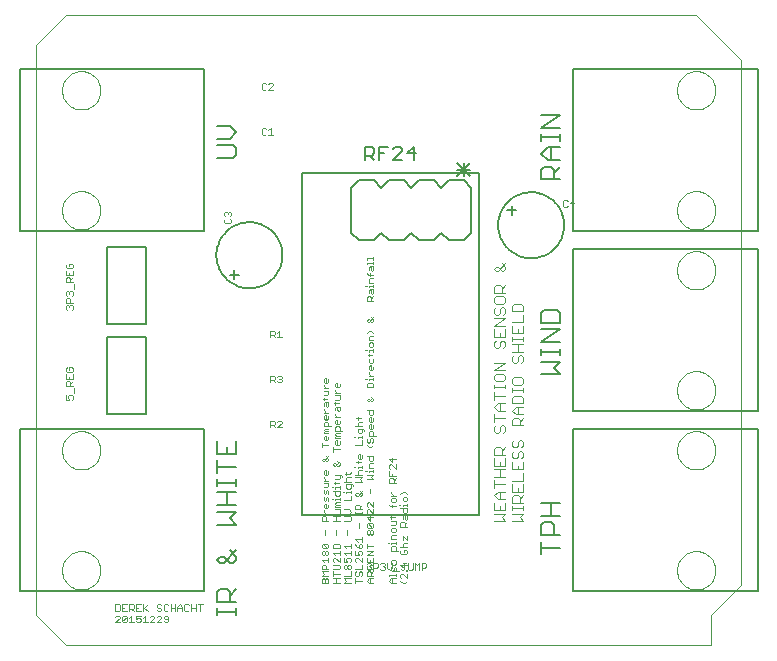
<source format=gto>
G75*
%MOIN*%
%OFA0B0*%
%FSLAX24Y24*%
%IPPOS*%
%LPD*%
%AMOC8*
5,1,8,0,0,1.08239X$1,22.5*
%
%ADD10C,0.0000*%
%ADD11C,0.0060*%
%ADD12C,0.0020*%
%ADD13C,0.0030*%
%ADD14C,0.0080*%
%ADD15C,0.0050*%
D10*
X006252Y001150D02*
X006252Y020150D01*
X006752Y020646D01*
X006748Y020646D01*
X007252Y021150D01*
X028127Y021150D01*
X028256Y021146D01*
X029747Y019646D01*
X029752Y002150D01*
X028747Y001145D01*
X028747Y000150D01*
X007252Y000150D01*
X006252Y001150D01*
X007112Y002650D02*
X007114Y002700D01*
X007120Y002750D01*
X007130Y002799D01*
X007143Y002848D01*
X007161Y002895D01*
X007182Y002941D01*
X007206Y002984D01*
X007234Y003026D01*
X007265Y003066D01*
X007299Y003103D01*
X007336Y003137D01*
X007376Y003168D01*
X007418Y003196D01*
X007461Y003220D01*
X007507Y003241D01*
X007554Y003259D01*
X007603Y003272D01*
X007652Y003282D01*
X007702Y003288D01*
X007752Y003290D01*
X007802Y003288D01*
X007852Y003282D01*
X007901Y003272D01*
X007950Y003259D01*
X007997Y003241D01*
X008043Y003220D01*
X008086Y003196D01*
X008128Y003168D01*
X008168Y003137D01*
X008205Y003103D01*
X008239Y003066D01*
X008270Y003026D01*
X008298Y002984D01*
X008322Y002941D01*
X008343Y002895D01*
X008361Y002848D01*
X008374Y002799D01*
X008384Y002750D01*
X008390Y002700D01*
X008392Y002650D01*
X008390Y002600D01*
X008384Y002550D01*
X008374Y002501D01*
X008361Y002452D01*
X008343Y002405D01*
X008322Y002359D01*
X008298Y002316D01*
X008270Y002274D01*
X008239Y002234D01*
X008205Y002197D01*
X008168Y002163D01*
X008128Y002132D01*
X008086Y002104D01*
X008043Y002080D01*
X007997Y002059D01*
X007950Y002041D01*
X007901Y002028D01*
X007852Y002018D01*
X007802Y002012D01*
X007752Y002010D01*
X007702Y002012D01*
X007652Y002018D01*
X007603Y002028D01*
X007554Y002041D01*
X007507Y002059D01*
X007461Y002080D01*
X007418Y002104D01*
X007376Y002132D01*
X007336Y002163D01*
X007299Y002197D01*
X007265Y002234D01*
X007234Y002274D01*
X007206Y002316D01*
X007182Y002359D01*
X007161Y002405D01*
X007143Y002452D01*
X007130Y002501D01*
X007120Y002550D01*
X007114Y002600D01*
X007112Y002650D01*
X007112Y006650D02*
X007114Y006700D01*
X007120Y006750D01*
X007130Y006799D01*
X007143Y006848D01*
X007161Y006895D01*
X007182Y006941D01*
X007206Y006984D01*
X007234Y007026D01*
X007265Y007066D01*
X007299Y007103D01*
X007336Y007137D01*
X007376Y007168D01*
X007418Y007196D01*
X007461Y007220D01*
X007507Y007241D01*
X007554Y007259D01*
X007603Y007272D01*
X007652Y007282D01*
X007702Y007288D01*
X007752Y007290D01*
X007802Y007288D01*
X007852Y007282D01*
X007901Y007272D01*
X007950Y007259D01*
X007997Y007241D01*
X008043Y007220D01*
X008086Y007196D01*
X008128Y007168D01*
X008168Y007137D01*
X008205Y007103D01*
X008239Y007066D01*
X008270Y007026D01*
X008298Y006984D01*
X008322Y006941D01*
X008343Y006895D01*
X008361Y006848D01*
X008374Y006799D01*
X008384Y006750D01*
X008390Y006700D01*
X008392Y006650D01*
X008390Y006600D01*
X008384Y006550D01*
X008374Y006501D01*
X008361Y006452D01*
X008343Y006405D01*
X008322Y006359D01*
X008298Y006316D01*
X008270Y006274D01*
X008239Y006234D01*
X008205Y006197D01*
X008168Y006163D01*
X008128Y006132D01*
X008086Y006104D01*
X008043Y006080D01*
X007997Y006059D01*
X007950Y006041D01*
X007901Y006028D01*
X007852Y006018D01*
X007802Y006012D01*
X007752Y006010D01*
X007702Y006012D01*
X007652Y006018D01*
X007603Y006028D01*
X007554Y006041D01*
X007507Y006059D01*
X007461Y006080D01*
X007418Y006104D01*
X007376Y006132D01*
X007336Y006163D01*
X007299Y006197D01*
X007265Y006234D01*
X007234Y006274D01*
X007206Y006316D01*
X007182Y006359D01*
X007161Y006405D01*
X007143Y006452D01*
X007130Y006501D01*
X007120Y006550D01*
X007114Y006600D01*
X007112Y006650D01*
X007112Y014650D02*
X007114Y014700D01*
X007120Y014750D01*
X007130Y014799D01*
X007143Y014848D01*
X007161Y014895D01*
X007182Y014941D01*
X007206Y014984D01*
X007234Y015026D01*
X007265Y015066D01*
X007299Y015103D01*
X007336Y015137D01*
X007376Y015168D01*
X007418Y015196D01*
X007461Y015220D01*
X007507Y015241D01*
X007554Y015259D01*
X007603Y015272D01*
X007652Y015282D01*
X007702Y015288D01*
X007752Y015290D01*
X007802Y015288D01*
X007852Y015282D01*
X007901Y015272D01*
X007950Y015259D01*
X007997Y015241D01*
X008043Y015220D01*
X008086Y015196D01*
X008128Y015168D01*
X008168Y015137D01*
X008205Y015103D01*
X008239Y015066D01*
X008270Y015026D01*
X008298Y014984D01*
X008322Y014941D01*
X008343Y014895D01*
X008361Y014848D01*
X008374Y014799D01*
X008384Y014750D01*
X008390Y014700D01*
X008392Y014650D01*
X008390Y014600D01*
X008384Y014550D01*
X008374Y014501D01*
X008361Y014452D01*
X008343Y014405D01*
X008322Y014359D01*
X008298Y014316D01*
X008270Y014274D01*
X008239Y014234D01*
X008205Y014197D01*
X008168Y014163D01*
X008128Y014132D01*
X008086Y014104D01*
X008043Y014080D01*
X007997Y014059D01*
X007950Y014041D01*
X007901Y014028D01*
X007852Y014018D01*
X007802Y014012D01*
X007752Y014010D01*
X007702Y014012D01*
X007652Y014018D01*
X007603Y014028D01*
X007554Y014041D01*
X007507Y014059D01*
X007461Y014080D01*
X007418Y014104D01*
X007376Y014132D01*
X007336Y014163D01*
X007299Y014197D01*
X007265Y014234D01*
X007234Y014274D01*
X007206Y014316D01*
X007182Y014359D01*
X007161Y014405D01*
X007143Y014452D01*
X007130Y014501D01*
X007120Y014550D01*
X007114Y014600D01*
X007112Y014650D01*
X007112Y018650D02*
X007114Y018700D01*
X007120Y018750D01*
X007130Y018799D01*
X007143Y018848D01*
X007161Y018895D01*
X007182Y018941D01*
X007206Y018984D01*
X007234Y019026D01*
X007265Y019066D01*
X007299Y019103D01*
X007336Y019137D01*
X007376Y019168D01*
X007418Y019196D01*
X007461Y019220D01*
X007507Y019241D01*
X007554Y019259D01*
X007603Y019272D01*
X007652Y019282D01*
X007702Y019288D01*
X007752Y019290D01*
X007802Y019288D01*
X007852Y019282D01*
X007901Y019272D01*
X007950Y019259D01*
X007997Y019241D01*
X008043Y019220D01*
X008086Y019196D01*
X008128Y019168D01*
X008168Y019137D01*
X008205Y019103D01*
X008239Y019066D01*
X008270Y019026D01*
X008298Y018984D01*
X008322Y018941D01*
X008343Y018895D01*
X008361Y018848D01*
X008374Y018799D01*
X008384Y018750D01*
X008390Y018700D01*
X008392Y018650D01*
X008390Y018600D01*
X008384Y018550D01*
X008374Y018501D01*
X008361Y018452D01*
X008343Y018405D01*
X008322Y018359D01*
X008298Y018316D01*
X008270Y018274D01*
X008239Y018234D01*
X008205Y018197D01*
X008168Y018163D01*
X008128Y018132D01*
X008086Y018104D01*
X008043Y018080D01*
X007997Y018059D01*
X007950Y018041D01*
X007901Y018028D01*
X007852Y018018D01*
X007802Y018012D01*
X007752Y018010D01*
X007702Y018012D01*
X007652Y018018D01*
X007603Y018028D01*
X007554Y018041D01*
X007507Y018059D01*
X007461Y018080D01*
X007418Y018104D01*
X007376Y018132D01*
X007336Y018163D01*
X007299Y018197D01*
X007265Y018234D01*
X007234Y018274D01*
X007206Y018316D01*
X007182Y018359D01*
X007161Y018405D01*
X007143Y018452D01*
X007130Y018501D01*
X007120Y018550D01*
X007114Y018600D01*
X007112Y018650D01*
X027612Y018650D02*
X027614Y018700D01*
X027620Y018750D01*
X027630Y018799D01*
X027643Y018848D01*
X027661Y018895D01*
X027682Y018941D01*
X027706Y018984D01*
X027734Y019026D01*
X027765Y019066D01*
X027799Y019103D01*
X027836Y019137D01*
X027876Y019168D01*
X027918Y019196D01*
X027961Y019220D01*
X028007Y019241D01*
X028054Y019259D01*
X028103Y019272D01*
X028152Y019282D01*
X028202Y019288D01*
X028252Y019290D01*
X028302Y019288D01*
X028352Y019282D01*
X028401Y019272D01*
X028450Y019259D01*
X028497Y019241D01*
X028543Y019220D01*
X028586Y019196D01*
X028628Y019168D01*
X028668Y019137D01*
X028705Y019103D01*
X028739Y019066D01*
X028770Y019026D01*
X028798Y018984D01*
X028822Y018941D01*
X028843Y018895D01*
X028861Y018848D01*
X028874Y018799D01*
X028884Y018750D01*
X028890Y018700D01*
X028892Y018650D01*
X028890Y018600D01*
X028884Y018550D01*
X028874Y018501D01*
X028861Y018452D01*
X028843Y018405D01*
X028822Y018359D01*
X028798Y018316D01*
X028770Y018274D01*
X028739Y018234D01*
X028705Y018197D01*
X028668Y018163D01*
X028628Y018132D01*
X028586Y018104D01*
X028543Y018080D01*
X028497Y018059D01*
X028450Y018041D01*
X028401Y018028D01*
X028352Y018018D01*
X028302Y018012D01*
X028252Y018010D01*
X028202Y018012D01*
X028152Y018018D01*
X028103Y018028D01*
X028054Y018041D01*
X028007Y018059D01*
X027961Y018080D01*
X027918Y018104D01*
X027876Y018132D01*
X027836Y018163D01*
X027799Y018197D01*
X027765Y018234D01*
X027734Y018274D01*
X027706Y018316D01*
X027682Y018359D01*
X027661Y018405D01*
X027643Y018452D01*
X027630Y018501D01*
X027620Y018550D01*
X027614Y018600D01*
X027612Y018650D01*
X027612Y014650D02*
X027614Y014700D01*
X027620Y014750D01*
X027630Y014799D01*
X027643Y014848D01*
X027661Y014895D01*
X027682Y014941D01*
X027706Y014984D01*
X027734Y015026D01*
X027765Y015066D01*
X027799Y015103D01*
X027836Y015137D01*
X027876Y015168D01*
X027918Y015196D01*
X027961Y015220D01*
X028007Y015241D01*
X028054Y015259D01*
X028103Y015272D01*
X028152Y015282D01*
X028202Y015288D01*
X028252Y015290D01*
X028302Y015288D01*
X028352Y015282D01*
X028401Y015272D01*
X028450Y015259D01*
X028497Y015241D01*
X028543Y015220D01*
X028586Y015196D01*
X028628Y015168D01*
X028668Y015137D01*
X028705Y015103D01*
X028739Y015066D01*
X028770Y015026D01*
X028798Y014984D01*
X028822Y014941D01*
X028843Y014895D01*
X028861Y014848D01*
X028874Y014799D01*
X028884Y014750D01*
X028890Y014700D01*
X028892Y014650D01*
X028890Y014600D01*
X028884Y014550D01*
X028874Y014501D01*
X028861Y014452D01*
X028843Y014405D01*
X028822Y014359D01*
X028798Y014316D01*
X028770Y014274D01*
X028739Y014234D01*
X028705Y014197D01*
X028668Y014163D01*
X028628Y014132D01*
X028586Y014104D01*
X028543Y014080D01*
X028497Y014059D01*
X028450Y014041D01*
X028401Y014028D01*
X028352Y014018D01*
X028302Y014012D01*
X028252Y014010D01*
X028202Y014012D01*
X028152Y014018D01*
X028103Y014028D01*
X028054Y014041D01*
X028007Y014059D01*
X027961Y014080D01*
X027918Y014104D01*
X027876Y014132D01*
X027836Y014163D01*
X027799Y014197D01*
X027765Y014234D01*
X027734Y014274D01*
X027706Y014316D01*
X027682Y014359D01*
X027661Y014405D01*
X027643Y014452D01*
X027630Y014501D01*
X027620Y014550D01*
X027614Y014600D01*
X027612Y014650D01*
X027612Y012650D02*
X027614Y012700D01*
X027620Y012750D01*
X027630Y012799D01*
X027643Y012848D01*
X027661Y012895D01*
X027682Y012941D01*
X027706Y012984D01*
X027734Y013026D01*
X027765Y013066D01*
X027799Y013103D01*
X027836Y013137D01*
X027876Y013168D01*
X027918Y013196D01*
X027961Y013220D01*
X028007Y013241D01*
X028054Y013259D01*
X028103Y013272D01*
X028152Y013282D01*
X028202Y013288D01*
X028252Y013290D01*
X028302Y013288D01*
X028352Y013282D01*
X028401Y013272D01*
X028450Y013259D01*
X028497Y013241D01*
X028543Y013220D01*
X028586Y013196D01*
X028628Y013168D01*
X028668Y013137D01*
X028705Y013103D01*
X028739Y013066D01*
X028770Y013026D01*
X028798Y012984D01*
X028822Y012941D01*
X028843Y012895D01*
X028861Y012848D01*
X028874Y012799D01*
X028884Y012750D01*
X028890Y012700D01*
X028892Y012650D01*
X028890Y012600D01*
X028884Y012550D01*
X028874Y012501D01*
X028861Y012452D01*
X028843Y012405D01*
X028822Y012359D01*
X028798Y012316D01*
X028770Y012274D01*
X028739Y012234D01*
X028705Y012197D01*
X028668Y012163D01*
X028628Y012132D01*
X028586Y012104D01*
X028543Y012080D01*
X028497Y012059D01*
X028450Y012041D01*
X028401Y012028D01*
X028352Y012018D01*
X028302Y012012D01*
X028252Y012010D01*
X028202Y012012D01*
X028152Y012018D01*
X028103Y012028D01*
X028054Y012041D01*
X028007Y012059D01*
X027961Y012080D01*
X027918Y012104D01*
X027876Y012132D01*
X027836Y012163D01*
X027799Y012197D01*
X027765Y012234D01*
X027734Y012274D01*
X027706Y012316D01*
X027682Y012359D01*
X027661Y012405D01*
X027643Y012452D01*
X027630Y012501D01*
X027620Y012550D01*
X027614Y012600D01*
X027612Y012650D01*
X027612Y008650D02*
X027614Y008700D01*
X027620Y008750D01*
X027630Y008799D01*
X027643Y008848D01*
X027661Y008895D01*
X027682Y008941D01*
X027706Y008984D01*
X027734Y009026D01*
X027765Y009066D01*
X027799Y009103D01*
X027836Y009137D01*
X027876Y009168D01*
X027918Y009196D01*
X027961Y009220D01*
X028007Y009241D01*
X028054Y009259D01*
X028103Y009272D01*
X028152Y009282D01*
X028202Y009288D01*
X028252Y009290D01*
X028302Y009288D01*
X028352Y009282D01*
X028401Y009272D01*
X028450Y009259D01*
X028497Y009241D01*
X028543Y009220D01*
X028586Y009196D01*
X028628Y009168D01*
X028668Y009137D01*
X028705Y009103D01*
X028739Y009066D01*
X028770Y009026D01*
X028798Y008984D01*
X028822Y008941D01*
X028843Y008895D01*
X028861Y008848D01*
X028874Y008799D01*
X028884Y008750D01*
X028890Y008700D01*
X028892Y008650D01*
X028890Y008600D01*
X028884Y008550D01*
X028874Y008501D01*
X028861Y008452D01*
X028843Y008405D01*
X028822Y008359D01*
X028798Y008316D01*
X028770Y008274D01*
X028739Y008234D01*
X028705Y008197D01*
X028668Y008163D01*
X028628Y008132D01*
X028586Y008104D01*
X028543Y008080D01*
X028497Y008059D01*
X028450Y008041D01*
X028401Y008028D01*
X028352Y008018D01*
X028302Y008012D01*
X028252Y008010D01*
X028202Y008012D01*
X028152Y008018D01*
X028103Y008028D01*
X028054Y008041D01*
X028007Y008059D01*
X027961Y008080D01*
X027918Y008104D01*
X027876Y008132D01*
X027836Y008163D01*
X027799Y008197D01*
X027765Y008234D01*
X027734Y008274D01*
X027706Y008316D01*
X027682Y008359D01*
X027661Y008405D01*
X027643Y008452D01*
X027630Y008501D01*
X027620Y008550D01*
X027614Y008600D01*
X027612Y008650D01*
X027612Y006650D02*
X027614Y006700D01*
X027620Y006750D01*
X027630Y006799D01*
X027643Y006848D01*
X027661Y006895D01*
X027682Y006941D01*
X027706Y006984D01*
X027734Y007026D01*
X027765Y007066D01*
X027799Y007103D01*
X027836Y007137D01*
X027876Y007168D01*
X027918Y007196D01*
X027961Y007220D01*
X028007Y007241D01*
X028054Y007259D01*
X028103Y007272D01*
X028152Y007282D01*
X028202Y007288D01*
X028252Y007290D01*
X028302Y007288D01*
X028352Y007282D01*
X028401Y007272D01*
X028450Y007259D01*
X028497Y007241D01*
X028543Y007220D01*
X028586Y007196D01*
X028628Y007168D01*
X028668Y007137D01*
X028705Y007103D01*
X028739Y007066D01*
X028770Y007026D01*
X028798Y006984D01*
X028822Y006941D01*
X028843Y006895D01*
X028861Y006848D01*
X028874Y006799D01*
X028884Y006750D01*
X028890Y006700D01*
X028892Y006650D01*
X028890Y006600D01*
X028884Y006550D01*
X028874Y006501D01*
X028861Y006452D01*
X028843Y006405D01*
X028822Y006359D01*
X028798Y006316D01*
X028770Y006274D01*
X028739Y006234D01*
X028705Y006197D01*
X028668Y006163D01*
X028628Y006132D01*
X028586Y006104D01*
X028543Y006080D01*
X028497Y006059D01*
X028450Y006041D01*
X028401Y006028D01*
X028352Y006018D01*
X028302Y006012D01*
X028252Y006010D01*
X028202Y006012D01*
X028152Y006018D01*
X028103Y006028D01*
X028054Y006041D01*
X028007Y006059D01*
X027961Y006080D01*
X027918Y006104D01*
X027876Y006132D01*
X027836Y006163D01*
X027799Y006197D01*
X027765Y006234D01*
X027734Y006274D01*
X027706Y006316D01*
X027682Y006359D01*
X027661Y006405D01*
X027643Y006452D01*
X027630Y006501D01*
X027620Y006550D01*
X027614Y006600D01*
X027612Y006650D01*
X027612Y002650D02*
X027614Y002700D01*
X027620Y002750D01*
X027630Y002799D01*
X027643Y002848D01*
X027661Y002895D01*
X027682Y002941D01*
X027706Y002984D01*
X027734Y003026D01*
X027765Y003066D01*
X027799Y003103D01*
X027836Y003137D01*
X027876Y003168D01*
X027918Y003196D01*
X027961Y003220D01*
X028007Y003241D01*
X028054Y003259D01*
X028103Y003272D01*
X028152Y003282D01*
X028202Y003288D01*
X028252Y003290D01*
X028302Y003288D01*
X028352Y003282D01*
X028401Y003272D01*
X028450Y003259D01*
X028497Y003241D01*
X028543Y003220D01*
X028586Y003196D01*
X028628Y003168D01*
X028668Y003137D01*
X028705Y003103D01*
X028739Y003066D01*
X028770Y003026D01*
X028798Y002984D01*
X028822Y002941D01*
X028843Y002895D01*
X028861Y002848D01*
X028874Y002799D01*
X028884Y002750D01*
X028890Y002700D01*
X028892Y002650D01*
X028890Y002600D01*
X028884Y002550D01*
X028874Y002501D01*
X028861Y002452D01*
X028843Y002405D01*
X028822Y002359D01*
X028798Y002316D01*
X028770Y002274D01*
X028739Y002234D01*
X028705Y002197D01*
X028668Y002163D01*
X028628Y002132D01*
X028586Y002104D01*
X028543Y002080D01*
X028497Y002059D01*
X028450Y002041D01*
X028401Y002028D01*
X028352Y002018D01*
X028302Y002012D01*
X028252Y002010D01*
X028202Y002012D01*
X028152Y002018D01*
X028103Y002028D01*
X028054Y002041D01*
X028007Y002059D01*
X027961Y002080D01*
X027918Y002104D01*
X027876Y002132D01*
X027836Y002163D01*
X027799Y002197D01*
X027765Y002234D01*
X027734Y002274D01*
X027706Y002316D01*
X027682Y002359D01*
X027661Y002405D01*
X027643Y002452D01*
X027630Y002501D01*
X027620Y002550D01*
X027614Y002600D01*
X027612Y002650D01*
D11*
X023722Y003394D02*
X023082Y003394D01*
X023082Y003607D02*
X023082Y003180D01*
X023082Y003825D02*
X023082Y004145D01*
X023189Y004252D01*
X023402Y004252D01*
X023509Y004145D01*
X023509Y003825D01*
X023722Y003825D02*
X023082Y003825D01*
X023082Y004469D02*
X023722Y004469D01*
X023402Y004469D02*
X023402Y004896D01*
X023082Y004896D02*
X023722Y004896D01*
X021016Y004481D02*
X021016Y015898D01*
X015111Y015898D01*
X015111Y004481D01*
X021016Y004481D01*
X023082Y009180D02*
X023722Y009180D01*
X023509Y009394D01*
X023722Y009607D01*
X023082Y009607D01*
X023082Y009825D02*
X023082Y010038D01*
X023082Y009931D02*
X023722Y009931D01*
X023722Y009825D02*
X023722Y010038D01*
X023722Y010254D02*
X023082Y010254D01*
X023722Y010681D01*
X023082Y010681D01*
X023082Y010899D02*
X023082Y011219D01*
X023189Y011326D01*
X023616Y011326D01*
X023722Y011219D01*
X023722Y010899D01*
X023082Y010899D01*
X020502Y013650D02*
X020002Y013650D01*
X019752Y013900D01*
X019502Y013650D01*
X019002Y013650D01*
X018752Y013900D01*
X018502Y013650D01*
X018002Y013650D01*
X017752Y013900D01*
X017502Y013650D01*
X017002Y013650D01*
X016752Y013900D01*
X016752Y015400D01*
X017002Y015650D01*
X017502Y015650D01*
X017752Y015400D01*
X018002Y015650D01*
X018502Y015650D01*
X018752Y015400D01*
X019002Y015650D01*
X019502Y015650D01*
X019752Y015400D01*
X020002Y015650D01*
X020502Y015650D01*
X020752Y015400D01*
X020752Y013900D01*
X020502Y013650D01*
X021952Y014650D02*
X022102Y014650D01*
X022102Y014800D01*
X022102Y014650D02*
X022252Y014650D01*
X022102Y014650D02*
X022102Y014500D01*
X021652Y014150D02*
X021654Y014216D01*
X021660Y014281D01*
X021670Y014346D01*
X021683Y014411D01*
X021701Y014474D01*
X021722Y014537D01*
X021747Y014597D01*
X021776Y014657D01*
X021808Y014714D01*
X021843Y014770D01*
X021882Y014823D01*
X021924Y014874D01*
X021968Y014922D01*
X022016Y014967D01*
X022066Y015010D01*
X022119Y015049D01*
X022174Y015086D01*
X022231Y015119D01*
X022290Y015148D01*
X022350Y015174D01*
X022412Y015196D01*
X022475Y015215D01*
X022539Y015229D01*
X022604Y015240D01*
X022670Y015247D01*
X022736Y015250D01*
X022801Y015249D01*
X022867Y015244D01*
X022932Y015235D01*
X022997Y015222D01*
X023060Y015206D01*
X023123Y015186D01*
X023184Y015161D01*
X023244Y015134D01*
X023302Y015103D01*
X023358Y015068D01*
X023412Y015030D01*
X023463Y014989D01*
X023512Y014945D01*
X023558Y014898D01*
X023602Y014849D01*
X023642Y014797D01*
X023679Y014742D01*
X023713Y014686D01*
X023743Y014627D01*
X023770Y014567D01*
X023793Y014506D01*
X023812Y014443D01*
X023828Y014379D01*
X023840Y014314D01*
X023848Y014249D01*
X023852Y014183D01*
X023852Y014117D01*
X023848Y014051D01*
X023840Y013986D01*
X023828Y013921D01*
X023812Y013857D01*
X023793Y013794D01*
X023770Y013733D01*
X023743Y013673D01*
X023713Y013614D01*
X023679Y013558D01*
X023642Y013503D01*
X023602Y013451D01*
X023558Y013402D01*
X023512Y013355D01*
X023463Y013311D01*
X023412Y013270D01*
X023358Y013232D01*
X023302Y013197D01*
X023244Y013166D01*
X023184Y013139D01*
X023123Y013114D01*
X023060Y013094D01*
X022997Y013078D01*
X022932Y013065D01*
X022867Y013056D01*
X022801Y013051D01*
X022736Y013050D01*
X022670Y013053D01*
X022604Y013060D01*
X022539Y013071D01*
X022475Y013085D01*
X022412Y013104D01*
X022350Y013126D01*
X022290Y013152D01*
X022231Y013181D01*
X022174Y013214D01*
X022119Y013251D01*
X022066Y013290D01*
X022016Y013333D01*
X021968Y013378D01*
X021924Y013426D01*
X021882Y013477D01*
X021843Y013530D01*
X021808Y013586D01*
X021776Y013643D01*
X021747Y013703D01*
X021722Y013763D01*
X021701Y013826D01*
X021683Y013889D01*
X021670Y013954D01*
X021660Y014019D01*
X021654Y014084D01*
X021652Y014150D01*
X020709Y015787D02*
X020282Y016214D01*
X020282Y016000D02*
X020709Y016000D01*
X020709Y016214D02*
X020282Y015787D01*
X020496Y015787D02*
X020496Y016214D01*
X023082Y016000D02*
X023082Y015680D01*
X023722Y015680D01*
X023509Y015680D02*
X023509Y016000D01*
X023402Y016107D01*
X023189Y016107D01*
X023082Y016000D01*
X023509Y015894D02*
X023722Y016107D01*
X023722Y016325D02*
X023295Y016325D01*
X023082Y016538D01*
X023295Y016752D01*
X023722Y016752D01*
X023722Y016969D02*
X023722Y017183D01*
X023722Y017076D02*
X023082Y017076D01*
X023082Y016969D02*
X023082Y017183D01*
X023082Y017399D02*
X023722Y017826D01*
X023082Y017826D01*
X023082Y017399D02*
X023722Y017399D01*
X023402Y016752D02*
X023402Y016325D01*
X012259Y013150D02*
X012261Y013216D01*
X012267Y013281D01*
X012277Y013346D01*
X012290Y013411D01*
X012308Y013474D01*
X012329Y013537D01*
X012354Y013597D01*
X012383Y013657D01*
X012415Y013714D01*
X012450Y013770D01*
X012489Y013823D01*
X012531Y013874D01*
X012575Y013922D01*
X012623Y013967D01*
X012673Y014010D01*
X012726Y014049D01*
X012781Y014086D01*
X012838Y014119D01*
X012897Y014148D01*
X012957Y014174D01*
X013019Y014196D01*
X013082Y014215D01*
X013146Y014229D01*
X013211Y014240D01*
X013277Y014247D01*
X013343Y014250D01*
X013408Y014249D01*
X013474Y014244D01*
X013539Y014235D01*
X013604Y014222D01*
X013667Y014206D01*
X013730Y014186D01*
X013791Y014161D01*
X013851Y014134D01*
X013909Y014103D01*
X013965Y014068D01*
X014019Y014030D01*
X014070Y013989D01*
X014119Y013945D01*
X014165Y013898D01*
X014209Y013849D01*
X014249Y013797D01*
X014286Y013742D01*
X014320Y013686D01*
X014350Y013627D01*
X014377Y013567D01*
X014400Y013506D01*
X014419Y013443D01*
X014435Y013379D01*
X014447Y013314D01*
X014455Y013249D01*
X014459Y013183D01*
X014459Y013117D01*
X014455Y013051D01*
X014447Y012986D01*
X014435Y012921D01*
X014419Y012857D01*
X014400Y012794D01*
X014377Y012733D01*
X014350Y012673D01*
X014320Y012614D01*
X014286Y012558D01*
X014249Y012503D01*
X014209Y012451D01*
X014165Y012402D01*
X014119Y012355D01*
X014070Y012311D01*
X014019Y012270D01*
X013965Y012232D01*
X013909Y012197D01*
X013851Y012166D01*
X013791Y012139D01*
X013730Y012114D01*
X013667Y012094D01*
X013604Y012078D01*
X013539Y012065D01*
X013474Y012056D01*
X013408Y012051D01*
X013343Y012050D01*
X013277Y012053D01*
X013211Y012060D01*
X013146Y012071D01*
X013082Y012085D01*
X013019Y012104D01*
X012957Y012126D01*
X012897Y012152D01*
X012838Y012181D01*
X012781Y012214D01*
X012726Y012251D01*
X012673Y012290D01*
X012623Y012333D01*
X012575Y012378D01*
X012531Y012426D01*
X012489Y012477D01*
X012450Y012530D01*
X012415Y012586D01*
X012383Y012643D01*
X012354Y012703D01*
X012329Y012763D01*
X012308Y012826D01*
X012290Y012889D01*
X012277Y012954D01*
X012267Y013019D01*
X012261Y013084D01*
X012259Y013150D01*
X012859Y012650D02*
X012859Y012500D01*
X012709Y012500D01*
X012859Y012500D02*
X013009Y012500D01*
X012859Y012500D02*
X012859Y012350D01*
X012816Y016391D02*
X012282Y016391D01*
X012282Y016818D02*
X012816Y016818D01*
X012922Y016711D01*
X012922Y016498D01*
X012816Y016391D01*
X012709Y017035D02*
X012282Y017035D01*
X012709Y017035D02*
X012922Y017249D01*
X012709Y017462D01*
X012282Y017462D01*
X012282Y006962D02*
X012282Y006535D01*
X012922Y006535D01*
X012922Y006962D01*
X012602Y006749D02*
X012602Y006535D01*
X012282Y006318D02*
X012282Y005891D01*
X012282Y006104D02*
X012922Y006104D01*
X012922Y005675D02*
X012922Y005461D01*
X012922Y005568D02*
X012282Y005568D01*
X012282Y005461D02*
X012282Y005675D01*
X012282Y005244D02*
X012922Y005244D01*
X012602Y005244D02*
X012602Y004817D01*
X012922Y004817D02*
X012282Y004817D01*
X012282Y004599D02*
X012922Y004599D01*
X012709Y004386D01*
X012922Y004172D01*
X012282Y004172D01*
X012709Y003310D02*
X012922Y003097D01*
X012922Y002990D01*
X012816Y002883D01*
X012709Y002883D01*
X012495Y003097D01*
X012389Y003097D01*
X012282Y002990D01*
X012389Y002883D01*
X012495Y002883D01*
X012922Y003310D01*
X012922Y002021D02*
X012709Y001807D01*
X012709Y001914D02*
X012709Y001594D01*
X012922Y001594D02*
X012282Y001594D01*
X012282Y001914D01*
X012389Y002021D01*
X012602Y002021D01*
X012709Y001914D01*
X012922Y001378D02*
X012922Y001164D01*
X012922Y001271D02*
X012282Y001271D01*
X012282Y001164D02*
X012282Y001378D01*
D12*
X011803Y001515D02*
X011650Y001515D01*
X011726Y001515D02*
X011726Y001285D01*
X011573Y001285D02*
X011573Y001515D01*
X011573Y001400D02*
X011420Y001400D01*
X011343Y001323D02*
X011304Y001285D01*
X011228Y001285D01*
X011189Y001323D01*
X011189Y001477D01*
X011228Y001515D01*
X011304Y001515D01*
X011343Y001477D01*
X011420Y001515D02*
X011420Y001285D01*
X011113Y001285D02*
X011113Y001438D01*
X011036Y001515D01*
X010959Y001438D01*
X010959Y001285D01*
X010882Y001285D02*
X010882Y001515D01*
X010882Y001400D02*
X010729Y001400D01*
X010652Y001323D02*
X010614Y001285D01*
X010537Y001285D01*
X010499Y001323D01*
X010499Y001477D01*
X010537Y001515D01*
X010614Y001515D01*
X010652Y001477D01*
X010729Y001515D02*
X010729Y001285D01*
X010614Y001140D02*
X010537Y001140D01*
X010499Y001102D01*
X010499Y001063D01*
X010537Y001025D01*
X010652Y001025D01*
X010652Y000948D02*
X010652Y001102D01*
X010614Y001140D01*
X010652Y000948D02*
X010614Y000910D01*
X010537Y000910D01*
X010499Y000948D01*
X010422Y000910D02*
X010269Y000910D01*
X010422Y001063D01*
X010422Y001102D01*
X010384Y001140D01*
X010307Y001140D01*
X010269Y001102D01*
X010192Y001102D02*
X010153Y001140D01*
X010077Y001140D01*
X010038Y001102D01*
X010192Y001102D02*
X010192Y001063D01*
X010038Y000910D01*
X010192Y000910D01*
X009962Y000910D02*
X009808Y000910D01*
X009885Y000910D02*
X009885Y001140D01*
X009808Y001063D01*
X009731Y001025D02*
X009731Y000948D01*
X009693Y000910D01*
X009616Y000910D01*
X009578Y000948D01*
X009578Y001025D02*
X009655Y001063D01*
X009693Y001063D01*
X009731Y001025D01*
X009731Y001140D02*
X009578Y001140D01*
X009578Y001025D01*
X009501Y000910D02*
X009348Y000910D01*
X009424Y000910D02*
X009424Y001140D01*
X009348Y001063D01*
X009271Y001102D02*
X009271Y000948D01*
X009233Y000910D01*
X009156Y000910D01*
X009118Y000948D01*
X009271Y001102D01*
X009233Y001140D01*
X009156Y001140D01*
X009118Y001102D01*
X009118Y000948D01*
X009041Y000910D02*
X008887Y000910D01*
X009041Y001063D01*
X009041Y001102D01*
X009002Y001140D01*
X008926Y001140D01*
X008887Y001102D01*
X008887Y001285D02*
X009002Y001285D01*
X009041Y001323D01*
X009041Y001477D01*
X009002Y001515D01*
X008887Y001515D01*
X008887Y001285D01*
X009118Y001285D02*
X009271Y001285D01*
X009348Y001285D02*
X009348Y001515D01*
X009463Y001515D01*
X009501Y001477D01*
X009501Y001400D01*
X009463Y001362D01*
X009348Y001362D01*
X009424Y001362D02*
X009501Y001285D01*
X009578Y001285D02*
X009731Y001285D01*
X009808Y001285D02*
X009808Y001515D01*
X009731Y001515D02*
X009578Y001515D01*
X009578Y001285D01*
X009578Y001400D02*
X009655Y001400D01*
X009808Y001362D02*
X009962Y001515D01*
X009847Y001400D02*
X009962Y001285D01*
X010269Y001323D02*
X010307Y001285D01*
X010384Y001285D01*
X010422Y001323D01*
X010422Y001362D01*
X010384Y001400D01*
X010307Y001400D01*
X010269Y001438D01*
X010269Y001477D01*
X010307Y001515D01*
X010384Y001515D01*
X010422Y001477D01*
X010959Y001400D02*
X011113Y001400D01*
X009271Y001515D02*
X009118Y001515D01*
X009118Y001285D01*
X009118Y001400D02*
X009194Y001400D01*
X015762Y002226D02*
X015762Y002341D01*
X015801Y002379D01*
X015839Y002379D01*
X015877Y002341D01*
X015877Y002226D01*
X015877Y002341D02*
X015916Y002379D01*
X015954Y002379D01*
X015992Y002341D01*
X015992Y002226D01*
X015762Y002226D01*
X015762Y002456D02*
X015839Y002533D01*
X015762Y002609D01*
X015992Y002609D01*
X015992Y002686D02*
X015762Y002686D01*
X015762Y002801D01*
X015801Y002840D01*
X015877Y002840D01*
X015916Y002801D01*
X015916Y002686D01*
X016137Y002686D02*
X016329Y002686D01*
X016367Y002724D01*
X016367Y002801D01*
X016329Y002840D01*
X016137Y002840D01*
X016176Y002916D02*
X016137Y002955D01*
X016137Y003031D01*
X016176Y003070D01*
X016214Y003070D01*
X016367Y002916D01*
X016367Y003070D01*
X016367Y003146D02*
X016367Y003300D01*
X016367Y003377D02*
X016367Y003492D01*
X016329Y003530D01*
X016176Y003530D01*
X016137Y003492D01*
X016137Y003377D01*
X016367Y003377D01*
X016367Y003223D02*
X016137Y003223D01*
X016214Y003146D01*
X015992Y003185D02*
X015992Y003262D01*
X015954Y003300D01*
X015916Y003300D01*
X015877Y003262D01*
X015877Y003185D01*
X015839Y003146D01*
X015801Y003146D01*
X015762Y003185D01*
X015762Y003262D01*
X015801Y003300D01*
X015839Y003300D01*
X015877Y003262D01*
X015877Y003185D02*
X015916Y003146D01*
X015954Y003146D01*
X015992Y003185D01*
X015992Y003070D02*
X015992Y002916D01*
X015992Y002993D02*
X015762Y002993D01*
X015839Y002916D01*
X016137Y002609D02*
X016137Y002456D01*
X016137Y002533D02*
X016367Y002533D01*
X016367Y002379D02*
X016137Y002379D01*
X016252Y002379D02*
X016252Y002226D01*
X016367Y002226D02*
X016137Y002226D01*
X015992Y002456D02*
X015762Y002456D01*
X016512Y002456D02*
X016742Y002456D01*
X016742Y002609D01*
X016704Y002686D02*
X016666Y002686D01*
X016627Y002724D01*
X016627Y002801D01*
X016666Y002840D01*
X016704Y002840D01*
X016742Y002801D01*
X016742Y002724D01*
X016704Y002686D01*
X016627Y002724D02*
X016589Y002686D01*
X016551Y002686D01*
X016512Y002724D01*
X016512Y002801D01*
X016551Y002840D01*
X016589Y002840D01*
X016627Y002801D01*
X016627Y002916D02*
X016589Y002993D01*
X016589Y003031D01*
X016627Y003070D01*
X016704Y003070D01*
X016742Y003031D01*
X016742Y002955D01*
X016704Y002916D01*
X016627Y002916D02*
X016512Y002916D01*
X016512Y003070D01*
X016589Y003146D02*
X016512Y003223D01*
X016742Y003223D01*
X016742Y003146D02*
X016742Y003300D01*
X016742Y003377D02*
X016742Y003530D01*
X016742Y003453D02*
X016512Y003453D01*
X016589Y003377D01*
X016887Y003300D02*
X016887Y003146D01*
X017002Y003146D01*
X016964Y003223D01*
X016964Y003262D01*
X017002Y003300D01*
X017079Y003300D01*
X017117Y003262D01*
X017117Y003185D01*
X017079Y003146D01*
X017117Y003070D02*
X017117Y002916D01*
X016964Y003070D01*
X016926Y003070D01*
X016887Y003031D01*
X016887Y002955D01*
X016926Y002916D01*
X017117Y002840D02*
X017117Y002686D01*
X016887Y002686D01*
X016926Y002609D02*
X016887Y002571D01*
X016887Y002494D01*
X016926Y002456D01*
X016964Y002456D01*
X017002Y002494D01*
X017002Y002571D01*
X017041Y002609D01*
X017079Y002609D01*
X017117Y002571D01*
X017117Y002494D01*
X017079Y002456D01*
X017117Y002302D02*
X016887Y002302D01*
X016887Y002226D02*
X016887Y002379D01*
X016742Y002379D02*
X016512Y002379D01*
X016589Y002302D01*
X016512Y002226D01*
X016742Y002226D01*
X017262Y002302D02*
X017339Y002379D01*
X017492Y002379D01*
X017492Y002456D02*
X017262Y002456D01*
X017262Y002571D01*
X017301Y002609D01*
X017377Y002609D01*
X017416Y002571D01*
X017416Y002456D01*
X017416Y002533D02*
X017492Y002609D01*
X017493Y002660D02*
X017493Y002890D01*
X017608Y002890D01*
X017646Y002852D01*
X017646Y002775D01*
X017608Y002737D01*
X017493Y002737D01*
X017492Y002724D02*
X017492Y002801D01*
X017454Y002840D01*
X017377Y002840D01*
X017377Y002763D01*
X017377Y002775D02*
X017416Y002737D01*
X017416Y002698D01*
X017377Y002660D01*
X017301Y002660D01*
X017262Y002698D01*
X017262Y002724D02*
X017301Y002686D01*
X017454Y002686D01*
X017492Y002724D01*
X017416Y002813D02*
X017377Y002775D01*
X017339Y002775D01*
X017301Y002840D02*
X017262Y002801D01*
X017262Y002724D01*
X017262Y002852D02*
X017301Y002890D01*
X017377Y002890D01*
X017416Y002852D01*
X017416Y002813D01*
X017377Y002916D02*
X017377Y002993D01*
X017262Y003070D02*
X017262Y002916D01*
X017492Y002916D01*
X017492Y003070D01*
X017492Y003146D02*
X017262Y003146D01*
X017492Y003300D01*
X017262Y003300D01*
X017262Y003377D02*
X017262Y003530D01*
X017262Y003453D02*
X017492Y003453D01*
X017117Y003415D02*
X017117Y003492D01*
X017079Y003530D01*
X017041Y003530D01*
X017002Y003492D01*
X017002Y003377D01*
X017079Y003377D01*
X017117Y003415D01*
X017002Y003377D02*
X016926Y003453D01*
X016887Y003530D01*
X016964Y003607D02*
X016887Y003684D01*
X017117Y003684D01*
X017117Y003760D02*
X017117Y003607D01*
X017301Y003837D02*
X017339Y003837D01*
X017377Y003875D01*
X017377Y003952D01*
X017416Y003990D01*
X017454Y003990D01*
X017492Y003952D01*
X017492Y003875D01*
X017454Y003837D01*
X017416Y003837D01*
X017377Y003875D01*
X017377Y003952D02*
X017339Y003990D01*
X017301Y003990D01*
X017262Y003952D01*
X017262Y003875D01*
X017301Y003837D01*
X017301Y004067D02*
X017262Y004106D01*
X017262Y004182D01*
X017301Y004221D01*
X017454Y004067D01*
X017492Y004106D01*
X017492Y004182D01*
X017454Y004221D01*
X017301Y004221D01*
X017377Y004297D02*
X017262Y004413D01*
X017492Y004413D01*
X017492Y004528D02*
X017339Y004681D01*
X017301Y004681D01*
X017262Y004643D01*
X017262Y004566D01*
X017301Y004528D01*
X017377Y004451D02*
X017377Y004297D01*
X017454Y004067D02*
X017301Y004067D01*
X017002Y004067D02*
X017002Y004221D01*
X016742Y004336D02*
X016742Y004413D01*
X016704Y004451D01*
X016512Y004451D01*
X016512Y004528D02*
X016666Y004528D01*
X016742Y004604D01*
X016666Y004681D01*
X016512Y004681D01*
X016367Y004681D02*
X016214Y004681D01*
X016214Y004758D02*
X016214Y004796D01*
X016252Y004835D01*
X016214Y004873D01*
X016252Y004911D01*
X016367Y004911D01*
X016367Y004835D02*
X016252Y004835D01*
X016214Y004758D02*
X016367Y004758D01*
X016367Y004681D02*
X016367Y004566D01*
X016329Y004528D01*
X016214Y004528D01*
X016252Y004451D02*
X016252Y004297D01*
X016367Y004297D02*
X016137Y004297D01*
X015992Y004297D02*
X015762Y004297D01*
X015762Y004413D01*
X015801Y004451D01*
X015877Y004451D01*
X015916Y004413D01*
X015916Y004297D01*
X015916Y004528D02*
X015839Y004604D01*
X015839Y004643D01*
X015877Y004719D02*
X015839Y004758D01*
X015839Y004835D01*
X015877Y004873D01*
X015916Y004873D01*
X015916Y004719D01*
X015954Y004719D02*
X015877Y004719D01*
X015954Y004719D02*
X015992Y004758D01*
X015992Y004835D01*
X015992Y004950D02*
X015992Y005065D01*
X015954Y005103D01*
X015916Y005065D01*
X015916Y004988D01*
X015877Y004950D01*
X015839Y004988D01*
X015839Y005103D01*
X015877Y005180D02*
X015839Y005218D01*
X015839Y005333D01*
X015839Y005410D02*
X015954Y005410D01*
X015992Y005448D01*
X015992Y005563D01*
X015839Y005563D01*
X015839Y005640D02*
X015992Y005640D01*
X015916Y005640D02*
X015839Y005717D01*
X015839Y005755D01*
X015877Y005832D02*
X015839Y005870D01*
X015839Y005947D01*
X015877Y005986D01*
X015916Y005986D01*
X015916Y005832D01*
X015954Y005832D02*
X015877Y005832D01*
X015954Y005832D02*
X015992Y005870D01*
X015992Y005947D01*
X016214Y005832D02*
X016406Y005832D01*
X016444Y005794D01*
X016444Y005755D01*
X016367Y005717D02*
X016367Y005832D01*
X016367Y005717D02*
X016329Y005679D01*
X016214Y005679D01*
X016214Y005602D02*
X016214Y005525D01*
X016176Y005563D02*
X016329Y005563D01*
X016367Y005602D01*
X016512Y005602D02*
X016742Y005602D01*
X016742Y005525D02*
X016742Y005410D01*
X016704Y005372D01*
X016627Y005372D01*
X016589Y005410D01*
X016589Y005525D01*
X016781Y005525D01*
X016819Y005487D01*
X016819Y005448D01*
X016887Y005602D02*
X017117Y005602D01*
X017041Y005679D01*
X017117Y005755D01*
X016887Y005755D01*
X016887Y005832D02*
X017117Y005832D01*
X017002Y005832D02*
X016964Y005870D01*
X016964Y005947D01*
X017002Y005986D01*
X017117Y005986D01*
X017117Y006062D02*
X017117Y006139D01*
X017117Y006101D02*
X016964Y006101D01*
X016964Y006062D01*
X016887Y006101D02*
X016849Y006101D01*
X016964Y006216D02*
X016964Y006292D01*
X016926Y006254D02*
X017079Y006254D01*
X017117Y006292D01*
X017079Y006369D02*
X017002Y006369D01*
X016964Y006408D01*
X016964Y006484D01*
X017002Y006523D01*
X017041Y006523D01*
X017041Y006369D01*
X017079Y006369D02*
X017117Y006408D01*
X017117Y006484D01*
X017262Y006446D02*
X017492Y006446D01*
X017492Y006331D01*
X017454Y006292D01*
X017377Y006292D01*
X017339Y006331D01*
X017339Y006446D01*
X017377Y006216D02*
X017339Y006177D01*
X017339Y006062D01*
X017492Y006062D01*
X017492Y005986D02*
X017492Y005909D01*
X017492Y005947D02*
X017339Y005947D01*
X017339Y005909D01*
X017262Y005947D02*
X017224Y005947D01*
X017262Y005832D02*
X017492Y005832D01*
X017416Y005755D01*
X017492Y005679D01*
X017262Y005679D01*
X017377Y005372D02*
X017377Y005218D01*
X017117Y005218D02*
X017117Y005180D01*
X017079Y005141D01*
X017041Y005141D01*
X016964Y005218D01*
X016926Y005218D01*
X016887Y005180D01*
X016926Y005141D01*
X016964Y005141D01*
X017117Y005295D01*
X017041Y005295D02*
X017117Y005218D01*
X017301Y004911D02*
X017262Y004873D01*
X017262Y004796D01*
X017301Y004758D01*
X017301Y004911D02*
X017339Y004911D01*
X017492Y004758D01*
X017492Y004911D01*
X017492Y004681D02*
X017492Y004528D01*
X017117Y004528D02*
X017117Y004604D01*
X017117Y004566D02*
X016887Y004566D01*
X016887Y004528D02*
X016887Y004604D01*
X016887Y004681D02*
X016887Y004796D01*
X016926Y004835D01*
X017002Y004835D01*
X017041Y004796D01*
X017041Y004681D01*
X017117Y004681D02*
X016887Y004681D01*
X017041Y004758D02*
X017117Y004835D01*
X016742Y004988D02*
X016742Y005141D01*
X016742Y005218D02*
X016742Y005295D01*
X016742Y005257D02*
X016589Y005257D01*
X016589Y005218D01*
X016512Y005257D02*
X016474Y005257D01*
X016367Y005295D02*
X016367Y005180D01*
X016329Y005141D01*
X016252Y005141D01*
X016214Y005180D01*
X016214Y005295D01*
X016214Y005372D02*
X016214Y005410D01*
X016367Y005410D01*
X016367Y005372D02*
X016367Y005448D01*
X016367Y005295D02*
X016137Y005295D01*
X016137Y005410D02*
X016099Y005410D01*
X015992Y005295D02*
X015954Y005333D01*
X015916Y005295D01*
X015916Y005218D01*
X015877Y005180D01*
X015992Y005180D02*
X015992Y005295D01*
X016099Y005026D02*
X016137Y005026D01*
X016214Y005026D02*
X016367Y005026D01*
X016367Y004988D02*
X016367Y005065D01*
X016214Y005026D02*
X016214Y004988D01*
X016512Y004988D02*
X016742Y004988D01*
X016627Y005602D02*
X016589Y005640D01*
X016589Y005717D01*
X016627Y005755D01*
X016742Y005755D01*
X016704Y005870D02*
X016742Y005909D01*
X016704Y005870D02*
X016551Y005870D01*
X016589Y005832D02*
X016589Y005909D01*
X016329Y006139D02*
X016291Y006139D01*
X016214Y006216D01*
X016176Y006216D01*
X016137Y006177D01*
X016176Y006139D01*
X016214Y006139D01*
X016367Y006292D01*
X016291Y006292D02*
X016367Y006216D01*
X016367Y006177D01*
X016329Y006139D01*
X015992Y006331D02*
X015954Y006292D01*
X015916Y006292D01*
X015839Y006369D01*
X015801Y006369D01*
X015762Y006331D01*
X015801Y006292D01*
X015839Y006292D01*
X015992Y006446D01*
X015916Y006446D02*
X015992Y006369D01*
X015992Y006331D01*
X016137Y006599D02*
X016137Y006753D01*
X016137Y006676D02*
X016367Y006676D01*
X016329Y006830D02*
X016252Y006830D01*
X016214Y006868D01*
X016214Y006945D01*
X016252Y006983D01*
X016291Y006983D01*
X016291Y006830D01*
X016329Y006830D02*
X016367Y006868D01*
X016367Y006945D01*
X016367Y007060D02*
X016214Y007060D01*
X016214Y007098D01*
X016252Y007136D01*
X016214Y007175D01*
X016252Y007213D01*
X016367Y007213D01*
X016367Y007136D02*
X016252Y007136D01*
X016214Y007290D02*
X016214Y007405D01*
X016252Y007443D01*
X016329Y007443D01*
X016367Y007405D01*
X016367Y007290D01*
X016444Y007290D02*
X016214Y007290D01*
X016069Y007443D02*
X015839Y007443D01*
X015839Y007559D01*
X015877Y007597D01*
X015954Y007597D01*
X015992Y007559D01*
X015992Y007443D01*
X015992Y007367D02*
X015877Y007367D01*
X015839Y007328D01*
X015877Y007290D01*
X015992Y007290D01*
X015992Y007213D02*
X015839Y007213D01*
X015839Y007252D01*
X015877Y007290D01*
X015877Y007136D02*
X015916Y007136D01*
X015916Y006983D01*
X015954Y006983D02*
X015877Y006983D01*
X015839Y007021D01*
X015839Y007098D01*
X015877Y007136D01*
X015992Y007098D02*
X015992Y007021D01*
X015954Y006983D01*
X015992Y006830D02*
X015762Y006830D01*
X015762Y006906D02*
X015762Y006753D01*
X016252Y007520D02*
X016214Y007559D01*
X016214Y007635D01*
X016252Y007674D01*
X016291Y007674D01*
X016291Y007520D01*
X016329Y007520D02*
X016252Y007520D01*
X016329Y007520D02*
X016367Y007559D01*
X016367Y007635D01*
X016367Y007750D02*
X016214Y007750D01*
X016291Y007750D02*
X016214Y007827D01*
X016214Y007865D01*
X016214Y007981D02*
X016214Y008057D01*
X016252Y008096D01*
X016367Y008096D01*
X016367Y007981D01*
X016329Y007942D01*
X016291Y007981D01*
X016291Y008096D01*
X016214Y008172D02*
X016214Y008249D01*
X016176Y008211D02*
X016329Y008211D01*
X016367Y008249D01*
X016329Y008326D02*
X016367Y008364D01*
X016367Y008479D01*
X016214Y008479D01*
X016214Y008556D02*
X016367Y008556D01*
X016291Y008556D02*
X016214Y008633D01*
X016214Y008671D01*
X016252Y008748D02*
X016214Y008786D01*
X016214Y008863D01*
X016252Y008901D01*
X016291Y008901D01*
X016291Y008748D01*
X016329Y008748D02*
X016252Y008748D01*
X016329Y008748D02*
X016367Y008786D01*
X016367Y008863D01*
X015992Y008940D02*
X015954Y008901D01*
X015877Y008901D01*
X015839Y008940D01*
X015839Y009016D01*
X015877Y009055D01*
X015916Y009055D01*
X015916Y008901D01*
X015992Y008940D02*
X015992Y009016D01*
X015839Y008825D02*
X015839Y008786D01*
X015916Y008709D01*
X015992Y008709D02*
X015839Y008709D01*
X015839Y008633D02*
X015992Y008633D01*
X015992Y008518D01*
X015954Y008479D01*
X015839Y008479D01*
X015839Y008403D02*
X015839Y008326D01*
X015801Y008364D02*
X015954Y008364D01*
X015992Y008403D01*
X015992Y008249D02*
X015992Y008134D01*
X015954Y008096D01*
X015916Y008134D01*
X015916Y008249D01*
X015877Y008249D02*
X015992Y008249D01*
X015877Y008249D02*
X015839Y008211D01*
X015839Y008134D01*
X015839Y008019D02*
X015839Y007981D01*
X015916Y007904D01*
X015992Y007904D02*
X015839Y007904D01*
X015877Y007827D02*
X015916Y007827D01*
X015916Y007674D01*
X015954Y007674D02*
X015877Y007674D01*
X015839Y007712D01*
X015839Y007789D01*
X015877Y007827D01*
X015992Y007789D02*
X015992Y007712D01*
X015954Y007674D01*
X016214Y008326D02*
X016329Y008326D01*
X016926Y007712D02*
X017079Y007712D01*
X017117Y007750D01*
X016964Y007750D02*
X016964Y007674D01*
X017002Y007597D02*
X017117Y007597D01*
X017002Y007597D02*
X016964Y007559D01*
X016964Y007482D01*
X017002Y007443D01*
X016964Y007367D02*
X016964Y007252D01*
X017002Y007213D01*
X017079Y007213D01*
X017117Y007252D01*
X017117Y007367D01*
X017156Y007367D02*
X016964Y007367D01*
X016887Y007443D02*
X017117Y007443D01*
X017156Y007367D02*
X017194Y007328D01*
X017194Y007290D01*
X017339Y007252D02*
X017377Y007290D01*
X017454Y007290D01*
X017492Y007252D01*
X017492Y007136D01*
X017569Y007136D02*
X017339Y007136D01*
X017339Y007252D01*
X017377Y007367D02*
X017339Y007405D01*
X017339Y007482D01*
X017377Y007520D01*
X017416Y007520D01*
X017416Y007367D01*
X017454Y007367D02*
X017377Y007367D01*
X017454Y007367D02*
X017492Y007405D01*
X017492Y007482D01*
X017454Y007597D02*
X017377Y007597D01*
X017339Y007635D01*
X017339Y007712D01*
X017377Y007750D01*
X017416Y007750D01*
X017416Y007597D01*
X017454Y007597D02*
X017492Y007635D01*
X017492Y007712D01*
X017454Y007827D02*
X017377Y007827D01*
X017339Y007865D01*
X017339Y007981D01*
X017262Y007981D02*
X017492Y007981D01*
X017492Y007865D01*
X017454Y007827D01*
X017454Y008287D02*
X017416Y008287D01*
X017339Y008364D01*
X017301Y008364D01*
X017262Y008326D01*
X017301Y008287D01*
X017339Y008287D01*
X017492Y008441D01*
X017416Y008441D02*
X017492Y008364D01*
X017492Y008326D01*
X017454Y008287D01*
X017492Y008748D02*
X017262Y008748D01*
X017262Y008863D01*
X017301Y008901D01*
X017454Y008901D01*
X017492Y008863D01*
X017492Y008748D01*
X017492Y008978D02*
X017492Y009055D01*
X017492Y009016D02*
X017339Y009016D01*
X017339Y008978D01*
X017262Y009016D02*
X017224Y009016D01*
X017339Y009132D02*
X017492Y009132D01*
X017416Y009132D02*
X017339Y009208D01*
X017339Y009247D01*
X017377Y009323D02*
X017339Y009362D01*
X017339Y009438D01*
X017377Y009477D01*
X017416Y009477D01*
X017416Y009323D01*
X017454Y009323D02*
X017377Y009323D01*
X017454Y009323D02*
X017492Y009362D01*
X017492Y009438D01*
X017454Y009554D02*
X017492Y009592D01*
X017492Y009707D01*
X017454Y009822D02*
X017301Y009822D01*
X017339Y009784D02*
X017339Y009860D01*
X017339Y009937D02*
X017339Y009976D01*
X017492Y009976D01*
X017492Y010014D02*
X017492Y009937D01*
X017492Y009860D02*
X017454Y009822D01*
X017339Y009707D02*
X017339Y009592D01*
X017377Y009554D01*
X017454Y009554D01*
X017262Y009976D02*
X017224Y009976D01*
X017339Y010129D02*
X017377Y010091D01*
X017454Y010091D01*
X017492Y010129D01*
X017492Y010206D01*
X017454Y010244D01*
X017377Y010244D01*
X017339Y010206D01*
X017339Y010129D01*
X017339Y010321D02*
X017339Y010436D01*
X017377Y010474D01*
X017492Y010474D01*
X017492Y010551D02*
X017416Y010628D01*
X017339Y010628D01*
X017262Y010551D01*
X017339Y010321D02*
X017492Y010321D01*
X017454Y010935D02*
X017416Y010935D01*
X017339Y011011D01*
X017301Y011011D01*
X017262Y010973D01*
X017301Y010935D01*
X017339Y010935D01*
X017492Y011088D01*
X017416Y011088D02*
X017492Y011011D01*
X017492Y010973D01*
X017454Y010935D01*
X017492Y011625D02*
X017262Y011625D01*
X017262Y011740D01*
X017301Y011779D01*
X017377Y011779D01*
X017416Y011740D01*
X017416Y011625D01*
X017416Y011702D02*
X017492Y011779D01*
X017454Y011856D02*
X017416Y011894D01*
X017416Y012009D01*
X017377Y012009D02*
X017492Y012009D01*
X017492Y011894D01*
X017454Y011856D01*
X017339Y011894D02*
X017339Y011971D01*
X017377Y012009D01*
X017339Y012086D02*
X017339Y012124D01*
X017492Y012124D01*
X017492Y012086D02*
X017492Y012162D01*
X017492Y012239D02*
X017339Y012239D01*
X017339Y012354D01*
X017377Y012393D01*
X017492Y012393D01*
X017492Y012508D02*
X017301Y012508D01*
X017262Y012546D01*
X017377Y012546D02*
X017377Y012469D01*
X017454Y012623D02*
X017416Y012661D01*
X017416Y012776D01*
X017377Y012776D02*
X017492Y012776D01*
X017492Y012661D01*
X017454Y012623D01*
X017339Y012661D02*
X017339Y012738D01*
X017377Y012776D01*
X017262Y012853D02*
X017262Y012891D01*
X017492Y012891D01*
X017492Y012853D02*
X017492Y012930D01*
X017492Y013006D02*
X017492Y013083D01*
X017492Y013045D02*
X017262Y013045D01*
X017262Y013006D01*
X017224Y012124D02*
X017262Y012124D01*
X014359Y010640D02*
X014359Y010410D01*
X014282Y010410D02*
X014436Y010410D01*
X014282Y010563D02*
X014359Y010640D01*
X014205Y010602D02*
X014205Y010525D01*
X014167Y010487D01*
X014052Y010487D01*
X014129Y010487D02*
X014205Y010410D01*
X014052Y010410D02*
X014052Y010640D01*
X014167Y010640D01*
X014205Y010602D01*
X014167Y009140D02*
X014205Y009102D01*
X014205Y009025D01*
X014167Y008987D01*
X014052Y008987D01*
X014129Y008987D02*
X014205Y008910D01*
X014282Y008948D02*
X014321Y008910D01*
X014397Y008910D01*
X014436Y008948D01*
X014436Y008987D01*
X014397Y009025D01*
X014359Y009025D01*
X014397Y009025D02*
X014436Y009063D01*
X014436Y009102D01*
X014397Y009140D01*
X014321Y009140D01*
X014282Y009102D01*
X014167Y009140D02*
X014052Y009140D01*
X014052Y008910D01*
X014052Y007640D02*
X014167Y007640D01*
X014205Y007602D01*
X014205Y007525D01*
X014167Y007487D01*
X014052Y007487D01*
X014129Y007487D02*
X014205Y007410D01*
X014282Y007410D02*
X014436Y007563D01*
X014436Y007602D01*
X014397Y007640D01*
X014321Y007640D01*
X014282Y007602D01*
X014282Y007410D02*
X014436Y007410D01*
X014052Y007410D02*
X014052Y007640D01*
X016849Y007098D02*
X016887Y007098D01*
X016964Y007098D02*
X017117Y007098D01*
X017117Y007060D02*
X017117Y007136D01*
X017117Y006983D02*
X017117Y006830D01*
X016887Y006830D01*
X016964Y007060D02*
X016964Y007098D01*
X017262Y007021D02*
X017262Y006945D01*
X017301Y006906D01*
X017339Y006906D01*
X017377Y006945D01*
X017377Y007021D01*
X017416Y007060D01*
X017454Y007060D01*
X017492Y007021D01*
X017492Y006945D01*
X017454Y006906D01*
X017492Y006830D02*
X017416Y006753D01*
X017339Y006753D01*
X017262Y006830D01*
X017262Y007021D02*
X017301Y007060D01*
X018012Y006369D02*
X018127Y006254D01*
X018127Y006408D01*
X018242Y006369D02*
X018012Y006369D01*
X018051Y006177D02*
X018012Y006139D01*
X018012Y006062D01*
X018051Y006024D01*
X018012Y005947D02*
X018012Y005794D01*
X018242Y005794D01*
X018242Y005717D02*
X018166Y005640D01*
X018166Y005679D02*
X018166Y005563D01*
X018242Y005563D02*
X018012Y005563D01*
X018012Y005679D01*
X018051Y005717D01*
X018127Y005717D01*
X018166Y005679D01*
X018127Y005794D02*
X018127Y005870D01*
X018242Y006024D02*
X018089Y006177D01*
X018051Y006177D01*
X018242Y006177D02*
X018242Y006024D01*
X017492Y006216D02*
X017377Y006216D01*
X018089Y005257D02*
X018089Y005218D01*
X018166Y005141D01*
X018242Y005141D02*
X018089Y005141D01*
X018127Y005065D02*
X018089Y005026D01*
X018089Y004950D01*
X018127Y004911D01*
X018204Y004911D01*
X018242Y004950D01*
X018242Y005026D01*
X018204Y005065D01*
X018127Y005065D01*
X018127Y004835D02*
X018127Y004758D01*
X018051Y004796D02*
X018012Y004835D01*
X018051Y004796D02*
X018242Y004796D01*
X018349Y004835D02*
X018387Y004835D01*
X018464Y004835D02*
X018617Y004835D01*
X018617Y004873D02*
X018617Y004796D01*
X018617Y004719D02*
X018617Y004604D01*
X018579Y004566D01*
X018502Y004566D01*
X018464Y004604D01*
X018464Y004719D01*
X018387Y004719D02*
X018617Y004719D01*
X018464Y004796D02*
X018464Y004835D01*
X018502Y004950D02*
X018579Y004950D01*
X018617Y004988D01*
X018617Y005065D01*
X018579Y005103D01*
X018502Y005103D01*
X018464Y005065D01*
X018464Y004988D01*
X018502Y004950D01*
X018387Y005180D02*
X018464Y005257D01*
X018541Y005257D01*
X018617Y005180D01*
X018617Y004489D02*
X018617Y004374D01*
X018579Y004336D01*
X018541Y004374D01*
X018541Y004489D01*
X018502Y004489D02*
X018617Y004489D01*
X018502Y004489D02*
X018464Y004451D01*
X018464Y004374D01*
X018502Y004259D02*
X018541Y004221D01*
X018541Y004106D01*
X018541Y004182D02*
X018617Y004259D01*
X018502Y004259D02*
X018426Y004259D01*
X018387Y004221D01*
X018387Y004106D01*
X018617Y004106D01*
X018617Y003799D02*
X018617Y003645D01*
X018464Y003799D01*
X018464Y003645D01*
X018502Y003568D02*
X018617Y003568D01*
X018502Y003568D02*
X018464Y003530D01*
X018464Y003453D01*
X018502Y003415D01*
X018502Y003338D02*
X018502Y003262D01*
X018502Y003338D02*
X018579Y003338D01*
X018617Y003300D01*
X018617Y003223D01*
X018579Y003185D01*
X018426Y003185D01*
X018387Y003223D01*
X018387Y003300D01*
X018426Y003338D01*
X018387Y003415D02*
X018617Y003415D01*
X018319Y003300D02*
X018089Y003300D01*
X018089Y003415D01*
X018127Y003453D01*
X018204Y003453D01*
X018242Y003415D01*
X018242Y003300D01*
X018242Y003530D02*
X018242Y003607D01*
X018242Y003568D02*
X018089Y003568D01*
X018089Y003530D01*
X018012Y003568D02*
X017974Y003568D01*
X018089Y003684D02*
X018089Y003799D01*
X018127Y003837D01*
X018242Y003837D01*
X018204Y003914D02*
X018242Y003952D01*
X018242Y004029D01*
X018204Y004067D01*
X018127Y004067D01*
X018089Y004029D01*
X018089Y003952D01*
X018127Y003914D01*
X018204Y003914D01*
X018204Y004144D02*
X018242Y004182D01*
X018242Y004297D01*
X018089Y004297D01*
X018089Y004374D02*
X018089Y004451D01*
X018051Y004413D02*
X018204Y004413D01*
X018242Y004451D01*
X018204Y004144D02*
X018089Y004144D01*
X018089Y003684D02*
X018242Y003684D01*
X018204Y002993D02*
X018127Y002993D01*
X018089Y002955D01*
X018089Y002878D01*
X018127Y002840D01*
X018204Y002840D01*
X018242Y002878D01*
X018242Y002955D01*
X018204Y002993D01*
X018106Y002890D02*
X018106Y002737D01*
X018030Y002660D01*
X017953Y002737D01*
X017953Y002890D01*
X017876Y002852D02*
X017876Y002813D01*
X017838Y002775D01*
X017876Y002737D01*
X017876Y002698D01*
X017838Y002660D01*
X017761Y002660D01*
X017723Y002698D01*
X017799Y002775D02*
X017838Y002775D01*
X017876Y002852D02*
X017838Y002890D01*
X017761Y002890D01*
X017723Y002852D01*
X018089Y002763D02*
X018089Y002648D01*
X018127Y002609D01*
X018166Y002648D01*
X018166Y002724D01*
X018204Y002763D01*
X018242Y002724D01*
X018242Y002609D01*
X018183Y002622D02*
X018337Y002622D01*
X018413Y002698D02*
X018452Y002660D01*
X018490Y002660D01*
X018528Y002698D01*
X018528Y002890D01*
X018502Y002878D02*
X018502Y002724D01*
X018387Y002840D01*
X018617Y002840D01*
X018644Y002890D02*
X018644Y002698D01*
X018682Y002660D01*
X018759Y002660D01*
X018797Y002698D01*
X018797Y002890D01*
X018874Y002890D02*
X018950Y002813D01*
X019027Y002890D01*
X019027Y002660D01*
X019104Y002660D02*
X019104Y002890D01*
X019219Y002890D01*
X019257Y002852D01*
X019257Y002775D01*
X019219Y002737D01*
X019104Y002737D01*
X018874Y002660D02*
X018874Y002890D01*
X018567Y002890D02*
X018490Y002890D01*
X018579Y002648D02*
X018617Y002648D01*
X018617Y002609D01*
X018579Y002609D01*
X018579Y002648D01*
X018617Y002533D02*
X018617Y002379D01*
X018464Y002533D01*
X018426Y002533D01*
X018387Y002494D01*
X018387Y002417D01*
X018426Y002379D01*
X018387Y002302D02*
X018464Y002226D01*
X018541Y002226D01*
X018617Y002302D01*
X018242Y002226D02*
X018089Y002226D01*
X018012Y002302D01*
X018089Y002379D01*
X018242Y002379D01*
X018242Y002456D02*
X018242Y002533D01*
X018242Y002494D02*
X018012Y002494D01*
X018012Y002456D01*
X018127Y002379D02*
X018127Y002226D01*
X017492Y002226D02*
X017339Y002226D01*
X017262Y002302D01*
X017377Y002226D02*
X017377Y002379D01*
X015992Y003415D02*
X015954Y003377D01*
X015801Y003530D01*
X015954Y003530D01*
X015992Y003492D01*
X015992Y003415D01*
X015954Y003377D02*
X015801Y003377D01*
X015762Y003415D01*
X015762Y003492D01*
X015801Y003530D01*
X015877Y003837D02*
X015877Y003990D01*
X016252Y003990D02*
X016252Y003837D01*
X016627Y003837D02*
X016627Y003990D01*
X016704Y004297D02*
X016742Y004336D01*
X016704Y004297D02*
X016512Y004297D01*
X016367Y004451D02*
X016137Y004451D01*
X015992Y004528D02*
X015839Y004528D01*
X007467Y008373D02*
X007429Y008335D01*
X007467Y008373D02*
X007467Y008450D01*
X007429Y008488D01*
X007352Y008488D01*
X007314Y008450D01*
X007314Y008412D01*
X007352Y008335D01*
X007237Y008335D01*
X007237Y008488D01*
X007506Y008565D02*
X007506Y008719D01*
X007467Y008795D02*
X007237Y008795D01*
X007237Y008910D01*
X007276Y008949D01*
X007352Y008949D01*
X007391Y008910D01*
X007391Y008795D01*
X007391Y008872D02*
X007467Y008949D01*
X007467Y009026D02*
X007467Y009179D01*
X007429Y009256D02*
X007467Y009294D01*
X007467Y009371D01*
X007429Y009409D01*
X007352Y009409D01*
X007352Y009333D01*
X007276Y009409D02*
X007237Y009371D01*
X007237Y009294D01*
X007276Y009256D01*
X007429Y009256D01*
X007352Y009102D02*
X007352Y009026D01*
X007237Y009026D02*
X007467Y009026D01*
X007237Y009026D02*
X007237Y009179D01*
X007276Y011335D02*
X007237Y011373D01*
X007237Y011450D01*
X007276Y011488D01*
X007314Y011488D01*
X007352Y011450D01*
X007391Y011488D01*
X007429Y011488D01*
X007467Y011450D01*
X007467Y011373D01*
X007429Y011335D01*
X007352Y011412D02*
X007352Y011450D01*
X007391Y011565D02*
X007391Y011680D01*
X007352Y011719D01*
X007276Y011719D01*
X007237Y011680D01*
X007237Y011565D01*
X007467Y011565D01*
X007429Y011795D02*
X007467Y011834D01*
X007467Y011910D01*
X007429Y011949D01*
X007391Y011949D01*
X007352Y011910D01*
X007352Y011872D01*
X007352Y011910D02*
X007314Y011949D01*
X007276Y011949D01*
X007237Y011910D01*
X007237Y011834D01*
X007276Y011795D01*
X007506Y012026D02*
X007506Y012179D01*
X007467Y012256D02*
X007237Y012256D01*
X007237Y012371D01*
X007276Y012409D01*
X007352Y012409D01*
X007391Y012371D01*
X007391Y012256D01*
X007391Y012333D02*
X007467Y012409D01*
X007467Y012486D02*
X007467Y012639D01*
X007429Y012716D02*
X007467Y012755D01*
X007467Y012831D01*
X007429Y012870D01*
X007352Y012870D01*
X007352Y012793D01*
X007276Y012870D02*
X007237Y012831D01*
X007237Y012755D01*
X007276Y012716D01*
X007429Y012716D01*
X007352Y012563D02*
X007352Y012486D01*
X007237Y012486D02*
X007467Y012486D01*
X007237Y012486D02*
X007237Y012639D01*
X013762Y017198D02*
X013801Y017160D01*
X013877Y017160D01*
X013916Y017198D01*
X013993Y017160D02*
X014146Y017160D01*
X014069Y017160D02*
X014069Y017390D01*
X013993Y017313D01*
X013916Y017352D02*
X013877Y017390D01*
X013801Y017390D01*
X013762Y017352D01*
X013762Y017198D01*
X013801Y018660D02*
X013877Y018660D01*
X013916Y018698D01*
X013993Y018660D02*
X014146Y018813D01*
X014146Y018852D01*
X014108Y018890D01*
X014031Y018890D01*
X013993Y018852D01*
X013916Y018852D02*
X013877Y018890D01*
X013801Y018890D01*
X013762Y018852D01*
X013762Y018698D01*
X013801Y018660D01*
X013993Y018660D02*
X014146Y018660D01*
D13*
X012707Y014592D02*
X012744Y014555D01*
X012744Y014482D01*
X012707Y014445D01*
X012707Y014362D02*
X012744Y014325D01*
X012744Y014252D01*
X012707Y014215D01*
X012560Y014215D01*
X012523Y014252D01*
X012523Y014325D01*
X012560Y014362D01*
X012560Y014445D02*
X012523Y014482D01*
X012523Y014555D01*
X012560Y014592D01*
X012597Y014592D01*
X012634Y014555D01*
X012670Y014592D01*
X012707Y014592D01*
X012634Y014555D02*
X012634Y014519D01*
X021517Y012700D02*
X021579Y012638D01*
X021640Y012638D01*
X021887Y012885D01*
X021764Y012885D02*
X021887Y012762D01*
X021887Y012700D01*
X021826Y012638D01*
X021764Y012638D01*
X021640Y012762D01*
X021579Y012762D01*
X021517Y012700D01*
X021579Y012149D02*
X021702Y012149D01*
X021764Y012087D01*
X021764Y011902D01*
X021764Y012025D02*
X021887Y012149D01*
X021579Y012149D02*
X021517Y012087D01*
X021517Y011902D01*
X021887Y011902D01*
X021826Y011780D02*
X021579Y011780D01*
X021517Y011719D01*
X021517Y011595D01*
X021579Y011534D01*
X021826Y011534D01*
X021887Y011595D01*
X021887Y011719D01*
X021826Y011780D01*
X022117Y011473D02*
X022179Y011535D01*
X022426Y011535D01*
X022487Y011473D01*
X022487Y011288D01*
X022117Y011288D01*
X022117Y011473D01*
X021887Y011350D02*
X021887Y011227D01*
X021826Y011165D01*
X021887Y011044D02*
X021517Y011044D01*
X021579Y011165D02*
X021640Y011165D01*
X021702Y011227D01*
X021702Y011350D01*
X021764Y011412D01*
X021826Y011412D01*
X021887Y011350D01*
X021887Y011044D02*
X021517Y010797D01*
X021887Y010797D01*
X021887Y010675D02*
X021887Y010429D01*
X021517Y010429D01*
X021517Y010675D01*
X021702Y010552D02*
X021702Y010429D01*
X021764Y010307D02*
X021826Y010307D01*
X021887Y010245D01*
X021887Y010122D01*
X021826Y010060D01*
X021702Y010122D02*
X021702Y010245D01*
X021764Y010307D01*
X021579Y010307D02*
X021517Y010245D01*
X021517Y010122D01*
X021579Y010060D01*
X021640Y010060D01*
X021702Y010122D01*
X022117Y010184D02*
X022487Y010184D01*
X022487Y010306D02*
X022487Y010429D01*
X022487Y010368D02*
X022117Y010368D01*
X022117Y010429D02*
X022117Y010306D01*
X022302Y010184D02*
X022302Y009937D01*
X022364Y009816D02*
X022426Y009816D01*
X022487Y009754D01*
X022487Y009631D01*
X022426Y009569D01*
X022302Y009631D02*
X022302Y009754D01*
X022364Y009816D01*
X022487Y009937D02*
X022117Y009937D01*
X022179Y009816D02*
X022117Y009754D01*
X022117Y009631D01*
X022179Y009569D01*
X022240Y009569D01*
X022302Y009631D01*
X021887Y009571D02*
X021517Y009571D01*
X021517Y009324D02*
X021887Y009571D01*
X021887Y009324D02*
X021517Y009324D01*
X021579Y009202D02*
X021517Y009140D01*
X021517Y009017D01*
X021579Y008955D01*
X021826Y008955D01*
X021887Y009017D01*
X021887Y009140D01*
X021826Y009202D01*
X021579Y009202D01*
X021517Y008833D02*
X021517Y008710D01*
X021517Y008771D02*
X021887Y008771D01*
X021887Y008710D02*
X021887Y008833D01*
X022117Y008894D02*
X022179Y008833D01*
X022426Y008833D01*
X022487Y008894D01*
X022487Y009018D01*
X022426Y009079D01*
X022179Y009079D01*
X022117Y009018D01*
X022117Y008894D01*
X022117Y008710D02*
X022117Y008587D01*
X022117Y008649D02*
X022487Y008649D01*
X022487Y008710D02*
X022487Y008587D01*
X022426Y008466D02*
X022487Y008404D01*
X022487Y008219D01*
X022117Y008219D01*
X022117Y008404D01*
X022179Y008466D01*
X022426Y008466D01*
X021887Y008465D02*
X021517Y008465D01*
X021517Y008588D02*
X021517Y008341D01*
X021640Y008220D02*
X021887Y008220D01*
X021702Y008220D02*
X021702Y007973D01*
X021640Y007973D02*
X021517Y008097D01*
X021640Y008220D01*
X021640Y007973D02*
X021887Y007973D01*
X022117Y007974D02*
X022240Y008097D01*
X022487Y008097D01*
X022302Y008097D02*
X022302Y007850D01*
X022240Y007850D02*
X022117Y007974D01*
X022240Y007850D02*
X022487Y007850D01*
X022487Y007729D02*
X022364Y007605D01*
X022364Y007667D02*
X022364Y007482D01*
X022487Y007482D02*
X022117Y007482D01*
X022117Y007667D01*
X022179Y007729D01*
X022302Y007729D01*
X022364Y007667D01*
X021887Y007728D02*
X021517Y007728D01*
X021517Y007605D02*
X021517Y007852D01*
X021579Y007483D02*
X021517Y007422D01*
X021517Y007298D01*
X021579Y007237D01*
X021640Y007237D01*
X021702Y007298D01*
X021702Y007422D01*
X021764Y007483D01*
X021826Y007483D01*
X021887Y007422D01*
X021887Y007298D01*
X021826Y007237D01*
X022117Y006931D02*
X022117Y006807D01*
X022179Y006745D01*
X022240Y006745D01*
X022302Y006807D01*
X022302Y006931D01*
X022364Y006992D01*
X022426Y006992D01*
X022487Y006931D01*
X022487Y006807D01*
X022426Y006745D01*
X022426Y006624D02*
X022487Y006562D01*
X022487Y006439D01*
X022426Y006377D01*
X022487Y006256D02*
X022487Y006009D01*
X022117Y006009D01*
X022117Y006256D01*
X022179Y006377D02*
X022240Y006377D01*
X022302Y006439D01*
X022302Y006562D01*
X022364Y006624D01*
X022426Y006624D01*
X022179Y006624D02*
X022117Y006562D01*
X022117Y006439D01*
X022179Y006377D01*
X022302Y006132D02*
X022302Y006009D01*
X022487Y005887D02*
X022487Y005640D01*
X022117Y005640D01*
X022117Y005519D02*
X022117Y005272D01*
X022487Y005272D01*
X022487Y005519D01*
X022302Y005396D02*
X022302Y005272D01*
X022302Y005151D02*
X022364Y005089D01*
X022364Y004904D01*
X022364Y005027D02*
X022487Y005151D01*
X022302Y005151D02*
X022179Y005151D01*
X022117Y005089D01*
X022117Y004904D01*
X022487Y004904D01*
X022487Y004782D02*
X022487Y004658D01*
X022487Y004720D02*
X022117Y004720D01*
X022117Y004658D02*
X022117Y004782D01*
X021887Y004905D02*
X021887Y004658D01*
X021517Y004658D01*
X021517Y004905D01*
X021640Y005027D02*
X021517Y005150D01*
X021640Y005274D01*
X021887Y005274D01*
X021702Y005274D02*
X021702Y005027D01*
X021640Y005027D02*
X021887Y005027D01*
X021702Y004782D02*
X021702Y004658D01*
X021887Y004537D02*
X021517Y004537D01*
X021517Y004290D02*
X021887Y004290D01*
X021764Y004413D01*
X021887Y004537D01*
X022117Y004537D02*
X022487Y004537D01*
X022364Y004413D01*
X022487Y004290D01*
X022117Y004290D01*
X021517Y005395D02*
X021517Y005642D01*
X021517Y005763D02*
X021887Y005763D01*
X021702Y005763D02*
X021702Y006010D01*
X021702Y006132D02*
X021702Y006255D01*
X021517Y006132D02*
X021887Y006132D01*
X021887Y006378D01*
X021887Y006500D02*
X021517Y006500D01*
X021517Y006685D01*
X021579Y006747D01*
X021702Y006747D01*
X021764Y006685D01*
X021764Y006500D01*
X021764Y006623D02*
X021887Y006747D01*
X022117Y006931D02*
X022179Y006992D01*
X021517Y006378D02*
X021517Y006132D01*
X021517Y006010D02*
X021887Y006010D01*
X021887Y005518D02*
X021517Y005518D01*
X022117Y010551D02*
X022487Y010551D01*
X022487Y010798D01*
X022487Y010920D02*
X022117Y010920D01*
X022117Y010798D02*
X022117Y010551D01*
X022302Y010551D02*
X022302Y010675D01*
X022487Y010920D02*
X022487Y011167D01*
X021579Y011165D02*
X021517Y011227D01*
X021517Y011350D01*
X021579Y011412D01*
X023854Y014765D02*
X023927Y014765D01*
X023964Y014802D01*
X024048Y014875D02*
X024158Y014985D01*
X024158Y014765D01*
X024194Y014875D02*
X024048Y014875D01*
X023964Y014948D02*
X023927Y014985D01*
X023854Y014985D01*
X023817Y014948D01*
X023817Y014802D01*
X023854Y014765D01*
D14*
X005702Y007350D02*
X005702Y001950D01*
X011852Y001950D01*
X011852Y007350D01*
X005702Y007350D01*
X008602Y007860D02*
X008602Y010440D01*
X009902Y010440D01*
X009902Y007860D01*
X008602Y007860D01*
X008602Y010860D02*
X008602Y013440D01*
X009902Y013440D01*
X009902Y010860D01*
X008602Y010860D01*
X005702Y013950D02*
X005702Y019350D01*
X011852Y019350D01*
X011852Y013950D01*
X005702Y013950D01*
X024152Y013950D02*
X030302Y013950D01*
X030302Y019350D01*
X024152Y019350D01*
X024152Y013950D01*
X024152Y013350D02*
X024152Y007950D01*
X030302Y007950D01*
X030302Y013350D01*
X024152Y013350D01*
X024152Y007350D02*
X024152Y001950D01*
X030302Y001950D01*
X030302Y007350D01*
X024152Y007350D01*
D15*
X018830Y016319D02*
X018830Y016769D01*
X018604Y016544D01*
X018905Y016544D01*
X018444Y016619D02*
X018444Y016694D01*
X018369Y016769D01*
X018219Y016769D01*
X018144Y016694D01*
X017984Y016769D02*
X017684Y016769D01*
X017684Y016319D01*
X017523Y016319D02*
X017373Y016469D01*
X017448Y016469D02*
X017223Y016469D01*
X017223Y016319D02*
X017223Y016769D01*
X017448Y016769D01*
X017523Y016694D01*
X017523Y016544D01*
X017448Y016469D01*
X017684Y016544D02*
X017834Y016544D01*
X018144Y016319D02*
X018444Y016619D01*
X018444Y016319D02*
X018144Y016319D01*
M02*

</source>
